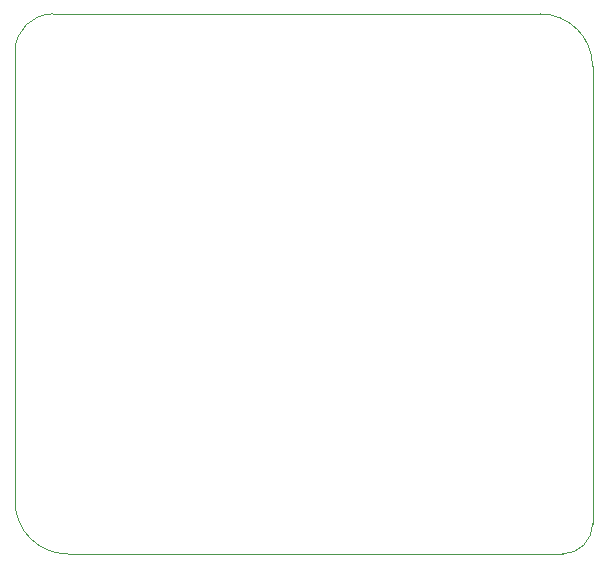
<source format=gko>
G04 (created by PCBNEW (2013-07-07 BZR 4022)-stable) date Tue 30 Aug 2022 12:13:58 AM CDT*
%MOIN*%
G04 Gerber Fmt 3.4, Leading zero omitted, Abs format*
%FSLAX34Y34*%
G01*
G70*
G90*
G04 APERTURE LIST*
%ADD10C,0.00590551*%
%ADD11C,0.00393701*%
G04 APERTURE END LIST*
G54D10*
G54D11*
X78000Y-28000D02*
X78000Y-43000D01*
X97250Y-28500D02*
X97250Y-43750D01*
X96250Y-44750D02*
X79750Y-44750D01*
X79250Y-26750D02*
X95500Y-26750D01*
X79250Y-26750D02*
G75*
G03X78000Y-28000I0J-1250D01*
G74*
G01*
X96250Y-44750D02*
G75*
G03X97250Y-43750I0J1000D01*
G74*
G01*
X97250Y-28500D02*
G75*
G03X95500Y-26750I-1750J0D01*
G74*
G01*
X78000Y-43000D02*
G75*
G03X79750Y-44750I1750J0D01*
G74*
G01*
M02*

</source>
